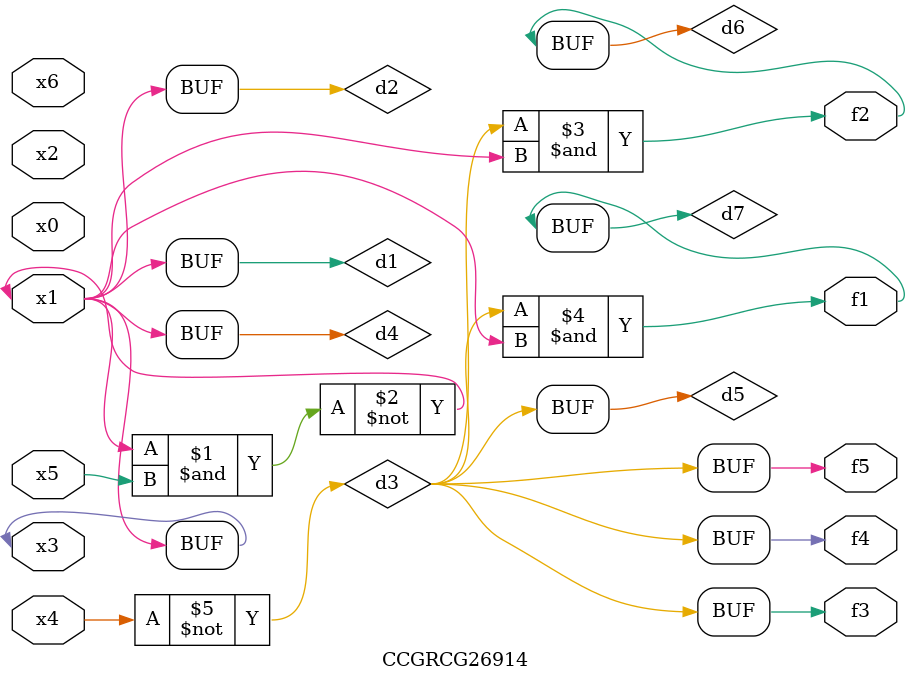
<source format=v>
module CCGRCG26914(
	input x0, x1, x2, x3, x4, x5, x6,
	output f1, f2, f3, f4, f5
);

	wire d1, d2, d3, d4, d5, d6, d7;

	buf (d1, x1, x3);
	nand (d2, x1, x5);
	not (d3, x4);
	buf (d4, d1, d2);
	buf (d5, d3);
	and (d6, d3, d4);
	and (d7, d3, d4);
	assign f1 = d7;
	assign f2 = d6;
	assign f3 = d5;
	assign f4 = d5;
	assign f5 = d5;
endmodule

</source>
